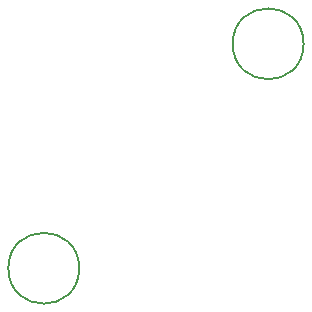
<source format=gbr>
%TF.GenerationSoftware,KiCad,Pcbnew,(6.0.9)*%
%TF.CreationDate,2023-01-27T23:50:43-09:00*%
%TF.ProjectId,HOTAS_Analog Stick Breakout,484f5441-535f-4416-9e61-6c6f67205374,rev?*%
%TF.SameCoordinates,Original*%
%TF.FileFunction,Other,Comment*%
%FSLAX46Y46*%
G04 Gerber Fmt 4.6, Leading zero omitted, Abs format (unit mm)*
G04 Created by KiCad (PCBNEW (6.0.9)) date 2023-01-27 23:50:43*
%MOMM*%
%LPD*%
G01*
G04 APERTURE LIST*
%ADD10C,0.150000*%
G04 APERTURE END LIST*
D10*
%TO.C,H2*%
X122500000Y-75500000D02*
G75*
G03*
X122500000Y-75500000I-3000000J0D01*
G01*
%TO.C,H1*%
X103500000Y-94500000D02*
G75*
G03*
X103500000Y-94500000I-3000000J0D01*
G01*
%TD*%
M02*

</source>
